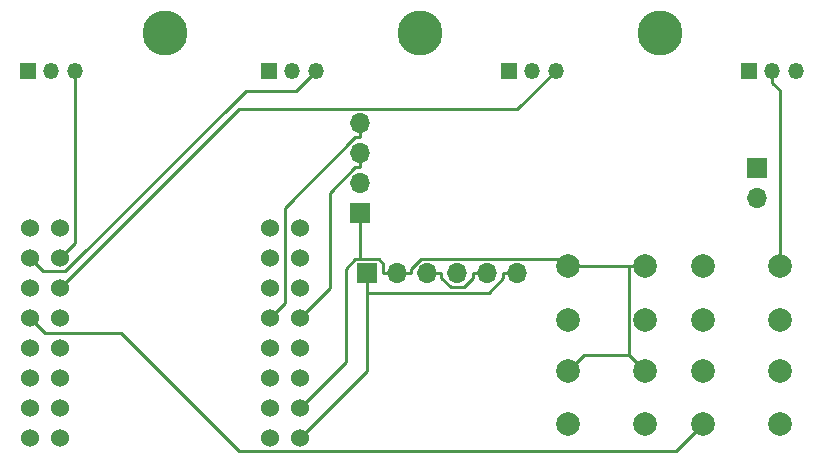
<source format=gbr>
%TF.GenerationSoftware,KiCad,Pcbnew,(6.0.7)*%
%TF.CreationDate,2023-01-30T12:50:42-06:00*%
%TF.ProjectId,LASK4,4c41534b-342e-46b6-9963-61645f706362,rev?*%
%TF.SameCoordinates,Original*%
%TF.FileFunction,Copper,L2,Bot*%
%TF.FilePolarity,Positive*%
%FSLAX46Y46*%
G04 Gerber Fmt 4.6, Leading zero omitted, Abs format (unit mm)*
G04 Created by KiCad (PCBNEW (6.0.7)) date 2023-01-30 12:50:42*
%MOMM*%
%LPD*%
G01*
G04 APERTURE LIST*
%TA.AperFunction,ComponentPad*%
%ADD10C,3.800000*%
%TD*%
%TA.AperFunction,ComponentPad*%
%ADD11R,1.350000X1.350000*%
%TD*%
%TA.AperFunction,ComponentPad*%
%ADD12O,1.350000X1.350000*%
%TD*%
%TA.AperFunction,ComponentPad*%
%ADD13C,2.000000*%
%TD*%
%TA.AperFunction,ComponentPad*%
%ADD14R,1.700000X1.700000*%
%TD*%
%TA.AperFunction,ComponentPad*%
%ADD15O,1.700000X1.700000*%
%TD*%
%TA.AperFunction,ComponentPad*%
%ADD16C,1.524000*%
%TD*%
%TA.AperFunction,Conductor*%
%ADD17C,0.250000*%
%TD*%
G04 APERTURE END LIST*
D10*
%TO.P,H7,1,1*%
%TO.N,GND*%
X147320000Y-76200000D03*
%TD*%
%TO.P,H6,1,1*%
%TO.N,GND*%
X189230000Y-76200000D03*
%TD*%
%TO.P,H5,1,1*%
%TO.N,GND*%
X168910000Y-76200000D03*
%TD*%
D11*
%TO.P,H4,1,VCC*%
%TO.N,+3.3V*%
X196755000Y-79375000D03*
D12*
%TO.P,H4,2,GND*%
%TO.N,GND*%
X198755000Y-79375000D03*
%TO.P,H4,3,Vout*%
%TO.N,/GPIO_5_ADC1_4*%
X200755000Y-79375000D03*
%TD*%
D13*
%TO.P,Select1,1,1*%
%TO.N,GND*%
X192890000Y-95940000D03*
X199390000Y-95940000D03*
%TO.P,Select1,2,2*%
%TO.N,/Select*%
X199390000Y-100440000D03*
X192890000Y-100440000D03*
%TD*%
D14*
%TO.P,S1,1,GND*%
%TO.N,GND*%
X163830000Y-91440000D03*
D15*
%TO.P,S1,2,VCC*%
%TO.N,+5V*%
X163830000Y-88900000D03*
%TO.P,S1,3,SCL*%
%TO.N,/SCL33*%
X163830000Y-86360000D03*
%TO.P,S1,4,SDA*%
%TO.N,/SDA34*%
X163830000Y-83820000D03*
%TD*%
D11*
%TO.P,H2,1,VCC*%
%TO.N,+3.3V*%
X156115000Y-79375000D03*
D12*
%TO.P,H2,2,GND*%
%TO.N,GND*%
X158115000Y-79375000D03*
%TO.P,H2,3,Vout*%
%TO.N,/GPIO_3_ADC1_2*%
X160115000Y-79375000D03*
%TD*%
D11*
%TO.P,H3,1,VCC*%
%TO.N,+3.3V*%
X176435000Y-79375000D03*
D12*
%TO.P,H3,2,GND*%
%TO.N,GND*%
X178435000Y-79375000D03*
%TO.P,H3,3,Vout*%
%TO.N,/GPIO_4_ADC1_3*%
X180435000Y-79375000D03*
%TD*%
D13*
%TO.P,Up1,1,1*%
%TO.N,GND*%
X187960000Y-95940000D03*
X181460000Y-95940000D03*
%TO.P,Up1,2,2*%
%TO.N,/Up*%
X187960000Y-100440000D03*
X181460000Y-100440000D03*
%TD*%
%TO.P,Down1,1,1*%
%TO.N,GND*%
X187960000Y-104775000D03*
X181460000Y-104775000D03*
%TO.P,Down1,2,2*%
%TO.N,/Down*%
X181460000Y-109275000D03*
X187960000Y-109275000D03*
%TD*%
%TO.P,Start1,1,1*%
%TO.N,GND*%
X199390000Y-104775000D03*
X192890000Y-104775000D03*
%TO.P,Start1,2,2*%
%TO.N,/Start*%
X199390000Y-109275000D03*
X192890000Y-109275000D03*
%TD*%
D11*
%TO.P,H1,1,VCC*%
%TO.N,+3.3V*%
X135700000Y-79375000D03*
D12*
%TO.P,H1,2,GND*%
%TO.N,GND*%
X137700000Y-79375000D03*
%TO.P,H1,3,Vout*%
%TO.N,/GPIO_2_ADC1_1*%
X139700000Y-79375000D03*
%TD*%
D14*
%TO.P,U5,1,VIN*%
%TO.N,+5V*%
X164465000Y-96520000D03*
D15*
%TO.P,U5,2,IN-GND*%
%TO.N,GND*%
X167005000Y-96520000D03*
%TO.P,U5,3,BAT-GND*%
%TO.N,/BatGND*%
X169545000Y-96520000D03*
%TO.P,U5,4,BAT+*%
%TO.N,/BatV3-7*%
X172085000Y-96520000D03*
%TO.P,U5,5,OUT-GND*%
%TO.N,/BatGND*%
X174625000Y-96520000D03*
%TO.P,U5,6,OUT-5V*%
%TO.N,+5V*%
X177165000Y-96520000D03*
%TD*%
D16*
%TO.P,U6,0,EN*%
%TO.N,unconnected-(U6-Pad0)*%
X135890000Y-92710000D03*
%TO.P,U6,1,ADC1_0*%
%TO.N,unconnected-(U6-Pad1)*%
X138430000Y-92710000D03*
%TO.P,U6,2,ADC1_1*%
%TO.N,/GPIO_2_ADC1_1*%
X138430000Y-95250000D03*
%TO.P,U6,3,ADC1_2*%
%TO.N,/GPIO_3_ADC1_2*%
X135890000Y-95250000D03*
%TO.P,U6,4,ADC1_3*%
%TO.N,/GPIO_4_ADC1_3*%
X138430000Y-97790000D03*
%TO.P,U6,5,ADC1_4*%
%TO.N,/GPIO_5_ADC1_4*%
X135890000Y-97790000D03*
%TO.P,U6,6,ADC1_5*%
%TO.N,unconnected-(U6-Pad6)*%
X138430000Y-100330000D03*
%TO.P,U6,7,ADC1_6*%
%TO.N,/Start*%
X135890000Y-100330000D03*
%TO.P,U6,8,ADC1_7*%
%TO.N,/Select*%
X138430000Y-102870000D03*
%TO.P,U6,9,ADC1_8*%
%TO.N,/Down*%
X135890000Y-102870000D03*
%TO.P,U6,10,ADC1_9*%
%TO.N,/Up*%
X138430000Y-105410000D03*
%TO.P,U6,11,ADC2_0*%
%TO.N,unconnected-(U6-Pad11)*%
X135890000Y-105410000D03*
%TO.P,U6,12,ADC2_1*%
%TO.N,unconnected-(U6-Pad12)*%
X135890000Y-107950000D03*
%TO.P,U6,13,ADC2_2*%
%TO.N,unconnected-(U6-Pad13)*%
X138430000Y-107950000D03*
%TO.P,U6,14,ADC2_3*%
%TO.N,unconnected-(U6-Pad14)*%
X138430000Y-110490000D03*
%TO.P,U6,15,ADC2_4*%
%TO.N,unconnected-(U6-Pad15)*%
X156210000Y-110490000D03*
%TO.P,U6,16,ADC2_5*%
%TO.N,unconnected-(U6-Pad16)*%
X158750000Y-105410000D03*
%TO.P,U6,17,ADC2_6*%
%TO.N,unconnected-(U6-Pad17)*%
X156210000Y-105410000D03*
%TO.P,U6,18,ADC2_7*%
%TO.N,unconnected-(U6-Pad18)*%
X158750000Y-102870000D03*
%TO.P,U6,21,21*%
%TO.N,unconnected-(U6-Pad21)*%
X156210000Y-102870000D03*
%TO.P,U6,33,FSPI_HD_io4*%
%TO.N,/SCL33*%
X158750000Y-100330000D03*
%TO.P,U6,34,FSPI_SCO_dqs*%
%TO.N,/SDA34*%
X156210000Y-100330000D03*
%TO.P,U6,35,FSPI_D_io6*%
%TO.N,unconnected-(U6-Pad35)*%
X158750000Y-97790000D03*
%TO.P,U6,36,FSPI_CLK_io7*%
%TO.N,unconnected-(U6-Pad36)*%
X156210000Y-97790000D03*
%TO.P,U6,37,FSPI_Q*%
%TO.N,unconnected-(U6-Pad37)*%
X158750000Y-95250000D03*
%TO.P,U6,38,FSPI_WP*%
%TO.N,unconnected-(U6-Pad38)*%
X156210000Y-95250000D03*
%TO.P,U6,39,CLK3*%
%TO.N,unconnected-(U6-Pad39)*%
X158750000Y-92710000D03*
%TO.P,U6,40,CLK2*%
%TO.N,unconnected-(U6-Pad40)*%
X156210000Y-92710000D03*
%TO.P,U6,129,GND*%
%TO.N,GND*%
X156210000Y-107950000D03*
%TO.P,U6,130,GND*%
X158750000Y-107950000D03*
%TO.P,U6,133,3.3V*%
%TO.N,+3.3V*%
X135890000Y-110490000D03*
%TO.P,U6,150,VBUS*%
%TO.N,+5V*%
X158750000Y-110490000D03*
%TD*%
D14*
%TO.P,J1,1,Pin_1*%
%TO.N,/BatGND*%
X197485000Y-87630000D03*
D15*
%TO.P,J1,2,Pin_2*%
%TO.N,/BatV3-7*%
X197485000Y-90170000D03*
%TD*%
D17*
%TO.N,/Start*%
X190560200Y-111604800D02*
X192890000Y-109275000D01*
X153578100Y-111604800D02*
X190560200Y-111604800D01*
X143573300Y-101600000D02*
X153578100Y-111604800D01*
X137160000Y-101600000D02*
X143573300Y-101600000D01*
X135890000Y-100330000D02*
X137160000Y-101600000D01*
%TO.N,/SDA34*%
X163462700Y-84995300D02*
X163830000Y-84995300D01*
X157480000Y-90978000D02*
X163462700Y-84995300D01*
X157480000Y-99060000D02*
X157480000Y-90978000D01*
X156210000Y-100330000D02*
X157480000Y-99060000D01*
X163830000Y-83820000D02*
X163830000Y-84995300D01*
%TO.N,/SCL33*%
X163830000Y-86360000D02*
X163830000Y-87535300D01*
X161303800Y-97776200D02*
X158750000Y-100330000D01*
X161303800Y-89694200D02*
X161303800Y-97776200D01*
X163462700Y-87535300D02*
X161303800Y-89694200D01*
X163830000Y-87535300D02*
X163462700Y-87535300D01*
%TO.N,+5V*%
X177165000Y-96520000D02*
X175989700Y-96520000D01*
X174727600Y-98149400D02*
X164465000Y-98149400D01*
X175989700Y-96887300D02*
X174727600Y-98149400D01*
X175989700Y-96520000D02*
X175989700Y-96887300D01*
X164465000Y-104775000D02*
X164465000Y-98149400D01*
X158750000Y-110490000D02*
X164465000Y-104775000D01*
X164465000Y-98149400D02*
X164465000Y-96520000D01*
%TO.N,/BatGND*%
X170720300Y-96887400D02*
X170720300Y-96520000D01*
X171528200Y-97695300D02*
X170720300Y-96887400D01*
X172641700Y-97695300D02*
X171528200Y-97695300D01*
X173449700Y-96887300D02*
X172641700Y-97695300D01*
X173449700Y-96520000D02*
X173449700Y-96887300D01*
X174625000Y-96520000D02*
X173449700Y-96520000D01*
X169545000Y-96520000D02*
X170720300Y-96520000D01*
%TO.N,/GPIO_4_ADC1_3*%
X177174500Y-82635500D02*
X180435000Y-79375000D01*
X153584500Y-82635500D02*
X177174500Y-82635500D01*
X138430000Y-97790000D02*
X153584500Y-82635500D01*
%TO.N,/GPIO_3_ADC1_2*%
X158436800Y-81053200D02*
X160115000Y-79375000D01*
X154164600Y-81053200D02*
X158436800Y-81053200D01*
X138856600Y-96361200D02*
X154164600Y-81053200D01*
X137001200Y-96361200D02*
X138856600Y-96361200D01*
X135890000Y-95250000D02*
X137001200Y-96361200D01*
%TO.N,/GPIO_2_ADC1_1*%
X139700000Y-93980000D02*
X139700000Y-79375000D01*
X138430000Y-95250000D02*
X139700000Y-93980000D01*
%TO.N,GND*%
X181460000Y-95940000D02*
X186588900Y-95940000D01*
X186588900Y-95940000D02*
X187960000Y-95940000D01*
X199390000Y-81010300D02*
X198755000Y-80375300D01*
X199390000Y-95940000D02*
X199390000Y-81010300D01*
X198755000Y-79375000D02*
X198755000Y-80375300D01*
X182831100Y-103403900D02*
X181460000Y-104775000D01*
X186588900Y-103403900D02*
X182831100Y-103403900D01*
X186588900Y-95940000D02*
X186588900Y-103403900D01*
X186588900Y-103403900D02*
X187960000Y-104775000D01*
X180837900Y-95317900D02*
X181460000Y-95940000D01*
X169015100Y-95317900D02*
X180837900Y-95317900D01*
X168180300Y-96152700D02*
X169015100Y-95317900D01*
X168180300Y-96520000D02*
X168180300Y-96152700D01*
X167592700Y-96520000D02*
X168180300Y-96520000D01*
X163830000Y-91440000D02*
X163830000Y-92615300D01*
X163830000Y-95344600D02*
X163830000Y-92615300D01*
X162654700Y-104045300D02*
X158750000Y-107950000D01*
X162654700Y-96152500D02*
X162654700Y-104045300D01*
X163462600Y-95344600D02*
X162654700Y-96152500D01*
X163830000Y-95344600D02*
X163462600Y-95344600D01*
X167005000Y-96520000D02*
X167592700Y-96520000D01*
X165462300Y-95344600D02*
X163830000Y-95344600D01*
X165829700Y-95712000D02*
X165462300Y-95344600D01*
X165829700Y-96520000D02*
X165829700Y-95712000D01*
X167005000Y-96520000D02*
X165829700Y-96520000D01*
%TD*%
M02*

</source>
